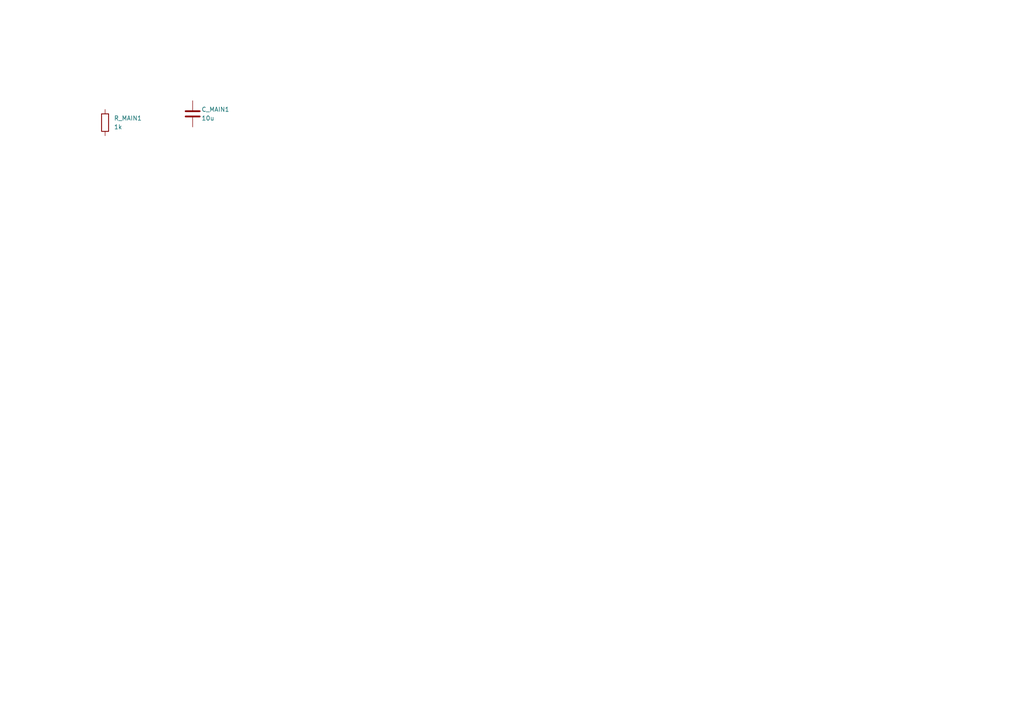
<source format=kicad_sch>
(kicad_sch (version 20250114) (generator "circuit_synth") (generator_version "0.8.36")
  (paper "A4")
  (title_block (title "main_circuit"))
  (lib_symbols
    (symbol "Device:R" (pin_numbers (hide yes)) (pin_names (offset 0))
      (property "Reference" "R" (at 2.032 0 90))
      (property "Value" "R" (at 0 0 90))
      (symbol "R_0_1"
        (rectangle (start -1.016 -2.54) (end 1.016 2.54) (stroke (width 0.254)))
      )
      (symbol "R_1_1"
        (pin passive line (at 0 3.81 270) (length 1.27) (name "~") (number "1"))
        (pin passive line (at 0 -3.81 90) (length 1.27) (name "~") (number "2"))
      )
    )
    (symbol "Device:C" (pin_numbers (hide yes)) (pin_names (offset 0.254))
      (property "Reference" "C" (at 0.635 2.54 0))
      (property "Value" "C" (at 0.635 -2.54 0))
      (symbol "C_0_1"
        (polyline (pts (xy -2.032 0.762) (xy 2.032 0.762)) (stroke (width 0.508)))
        (polyline (pts (xy -2.032 -0.762) (xy 2.032 -0.762)) (stroke (width 0.508)))
      )
      (symbol "C_1_1"
        (pin passive line (at 0 3.81 270) (length 2.794) (name "~") (number "1"))
        (pin passive line (at 0 -3.81 90) (length 2.794) (name "~") (number "2"))
      )
    )
  )
  (symbol (lib_id "Device:R") (at 30.48 35.56 0) (unit 1)
    (property "Reference" "R_MAIN1" (at 33.02 34.2899 0) (effects (justify left)))
    (property "Value" "1k" (at 33.02 36.8299 0) (effects (justify left)))
    (property "Footprint" "Resistor_SMD:R_0603_1608Metric" (effects (hide yes)))
    (property "hierarchy_path" "/a3137bd2-0690-450e-a9e4-5e1296e54a27" (effects (hide yes)))
    (property "project_name" "main_circuit" (effects (hide yes)))
    (property "root_uuid" "a3137bd2-0690-450e-a9e4-5e1296e54a27" (effects (hide yes)))
  )
  (symbol (lib_id "Device:C") (at 55.88 33.02 0) (unit 1)
    (property "Reference" "C_MAIN1" (at 58.42 31.7499 0) (effects (justify left)))
    (property "Value" "10u" (at 58.42 34.2899 0) (effects (justify left)))
    (property "Footprint" "Capacitor_SMD:C_0603_1608Metric" (effects (hide yes)))
    (property "hierarchy_path" "/a3137bd2-0690-450e-a9e4-5e1296e54a27" (effects (hide yes)))
    (property "project_name" "main_circuit" (effects (hide yes)))
    (property "root_uuid" "a3137bd2-0690-450e-a9e4-5e1296e54a27" (effects (hide yes)))
  )
)
</source>
